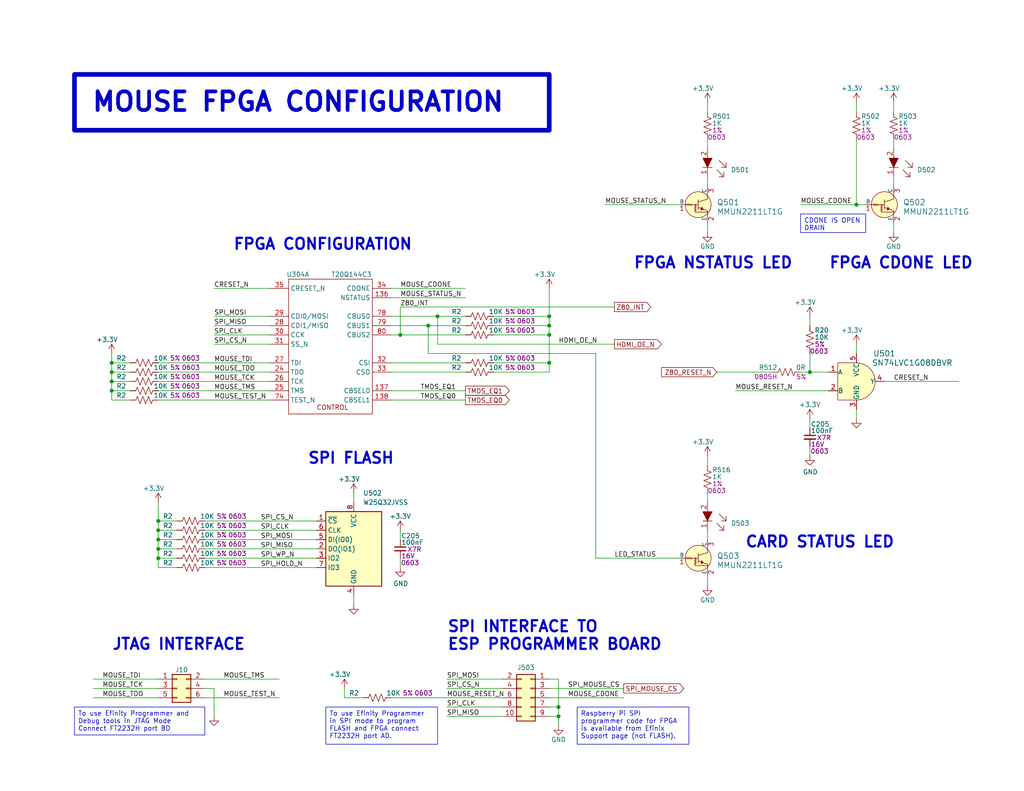
<source format=kicad_sch>
(kicad_sch (version 20230121) (generator eeschema)
  (paper "USLetter")
  (title_block (title "Z80 Retro! - FLEADiP Board") (date "2023-06-12") (rev "0.0") (company "Denno Wiggle") (comment 1 "Mouse FPGA Configuration"))
  (lib_symbols
    (symbol "Connector_Generic:Conn_02x03_Odd_Even" (pin_names (offset 1.016) hide)
      (property "Reference" "J" (at 1.27 5.08 0))
      (property "Value" "Conn_02x03_Odd_Even" (at 1.27 -5.08 0))
      (symbol "Conn_02x03_Odd_Even_1_1"
        (pin passive line (at -5.08 2.54 0) (length 3.81) (name "Pin_1") (number "1"))
        (pin passive line (at 7.62 2.54 180) (length 3.81) (name "Pin_2") (number "2"))
        (pin passive line (at -5.08 0 0) (length 3.81) (name "Pin_3") (number "3"))
        (pin passive line (at 7.62 0 180) (length 3.81) (name "Pin_4") (number "4"))
        (pin passive line (at -5.08 -2.54 0) (length 3.81) (name "Pin_5") (number "5"))
        (pin passive line (at 7.62 -2.54 180) (length 3.81) (name "Pin_6") (number "6"))
      )
    )
    (symbol "Connector_Generic:Conn_02x05_Odd_Even" (pin_names (offset 1.016) hide)
      (property "Reference" "J" (at 1.27 7.62 0))
      (property "Value" "Conn_02x05_Odd_Even" (at 1.27 -7.62 0))
      (symbol "Conn_02x05_Odd_Even_1_1"
        (pin passive line (at -5.08 5.08 0) (length 3.81) (name "Pin_1") (number "1"))
        (pin passive line (at 7.62 -5.08 180) (length 3.81) (name "Pin_10") (number "10"))
        (pin passive line (at 7.62 5.08 180) (length 3.81) (name "Pin_2") (number "2"))
        (pin passive line (at -5.08 2.54 0) (length 3.81) (name "Pin_3") (number "3"))
        (pin passive line (at 7.62 2.54 180) (length 3.81) (name "Pin_4") (number "4"))
        (pin passive line (at -5.08 0 0) (length 3.81) (name "Pin_5") (number "5"))
        (pin passive line (at 7.62 0 180) (length 3.81) (name "Pin_6") (number "6"))
        (pin passive line (at -5.08 -2.54 0) (length 3.81) (name "Pin_7") (number "7"))
        (pin passive line (at 7.62 -2.54 180) (length 3.81) (name "Pin_8") (number "8"))
        (pin passive line (at -5.08 -5.08 0) (length 3.81) (name "Pin_9") (number "9"))
      )
    )
    (symbol "Memory_Flash:W25Q32JVSS"
      (property "Reference" "U" (at -6.35 11.43 0))
      (property "Value" "W25Q32JVSS" (at 7.62 11.43 0))
      (symbol "W25Q32JVSS_1_1"
        (pin input line (at -10.16 7.62 0) (length 2.54) (name "~{CS}") (number "1"))
        (pin bidirectional line (at -10.16 0 0) (length 2.54) (name "DO(IO1)") (number "2"))
        (pin bidirectional line (at -10.16 -2.54 0) (length 2.54) (name "IO2") (number "3"))
        (pin power_in line (at 0 -12.7 90) (length 2.54) (name "GND") (number "4"))
        (pin bidirectional line (at -10.16 2.54 0) (length 2.54) (name "DI(IO0)") (number "5"))
        (pin input line (at -10.16 5.08 0) (length 2.54) (name "CLK") (number "6"))
        (pin bidirectional line (at -10.16 -5.08 0) (length 2.54) (name "IO3") (number "7"))
        (pin power_in line (at 0 12.7 270) (length 2.54) (name "VCC") (number "8"))
      )
    )
    (symbol "WTM:C_100nF_X7R_16V_0805H" (pin_numbers hide) (pin_names (offset 0) hide)
      (property "Reference" "C" (at 0.254 3.556 0))
      (property "Value" "100nF" (at 0.254 1.778 0))
      (property "Dielectric" "X7R" (at 1.905 -0.127 0))
      (property "Voltage" "16V" (at 0.254 -1.905 0))
      (property "Footprint2" "0805H" (at 0.127 -3.81 0))
      (symbol "C_100nF_X7R_16V_0805H_1_1"
        (pin passive line (at 0 2.54 270) (length 2.032) (name "~") (number "1"))
        (pin passive line (at 0 -2.54 90) (length 2.032) (name "~") (number "2"))
      )
    )
    (symbol "WTM:MMUN2211LT1G" (pin_names (offset 0))
      (property "Reference" "Q2" (at -5.08 7.62 0))
      (property "Value" "MMUN2211LT1G" (at -20.32 5.08 0))
      (symbol "MMUN2211LT1G_1_1"
        (pin input line (at -7.62 0 0) (length 1.27) (name "B") (number "1"))
        (pin passive line (at 0 -5.08 90) (length 2.54) (name "E") (number "2"))
        (pin passive line (at 0 5.08 270) (length 2.54) (name "C") (number "3"))
      )
    )
    (symbol "WTM:R_0R_5%_0805H_Horizontal1" (pin_numbers hide) (pin_names (offset 0))
      (property "Reference" "R" (at -7.62 1.27 0))
      (property "Value" "0R" (at 2.54 1.27 0))
      (property "Tolerance" "5%" (at 2.54 -1.27 0))
      (property "Footprint2" "0805H" (at -8.89 -1.27 0))
      (symbol "R_0R_5%_0805H_Horizontal1_1_1"
        (pin passive line (at -3.81 0 0) (length 1.27) (name "~") (number "1"))
        (pin passive line (at 3.81 0 180) (length 1.27) (name "~") (number "2"))
      )
    )
    (symbol "WTM:R_10K_5%_0805H" (pin_numbers hide) (pin_names (offset 0))
      (property "Reference" "R515" (at 1.27 2.54 0))
      (property "Value" "10K" (at 1.27 0.635 0))
      (property "Tolerance" "5%" (at 1.27 -1.27 0))
      (property "Footprint2" "0805H" (at 0 -3.175 0))
      (symbol "R_10K_5%_0805H_1_1"
        (pin passive line (at 0 3.81 270) (length 1.27) (name "~") (number "1"))
        (pin passive line (at 0 -3.81 90) (length 1.27) (name "~") (number "2"))
      )
    )
    (symbol "WTM:R_33R_5%_0805H_Horizontal1" (pin_numbers hide) (pin_names (offset 0))
      (property "Reference" "R" (at -7.62 1.27 0))
      (property "Value" "33R" (at 2.54 1.27 0))
      (property "Tolerance" "5%" (at 2.54 -1.27 0))
      (property "Footprint2" "0805H" (at -8.89 -1.27 0))
      (symbol "R_33R_5%_0805H_Horizontal1_1_1"
        (pin passive line (at -3.81 0 0) (length 1.27) (name "~") (number "1"))
        (pin passive line (at 3.81 0 180) (length 1.27) (name "~") (number "2"))
      )
    )
    (symbol "WTM:T20Q144"
      (property "Reference" "U" (at 6.35 5.08 0))
      (property "Value" "T20Q144C3" (at 16.51 5.08 0))
      (symbol "T20Q144_1_1"
        (text "CONTROL" (at 12.7 -30.48 0) (effects (font (size 1.27 1.27)) (justify left top)))
        (pin output line (at 33.02 -1.27 180) (length 5.08) (name "NSTATUS") (number "136"))
        (pin bidirectional line (at 33.02 -26.67 180) (length 5.08) (name "CBSEL0") (number "137"))
        (pin bidirectional line (at 33.02 -29.21 180) (length 5.08) (name "CBSEL1") (number "138"))
        (pin output line (at 0 -21.59 0) (length 5.08) (name "TDO") (number "24"))
        (pin input line (at 0 -26.67 0) (length 5.08) (name "TMS") (number "25"))
        (pin input line (at 0 -24.13 0) (length 5.08) (name "TCK") (number "26"))
        (pin input line (at 0 -19.05 0) (length 5.08) (name "TDI") (number "27"))
        (pin bidirectional line (at 0 -8.89 0) (length 5.08) (name "CDI1/MISO") (number "28"))
        (pin bidirectional line (at 0 -6.35 0) (length 5.08) (name "CDI0/MOSI") (number "29"))
        (pin input line (at 0 -11.43 0) (length 5.08) (name "CCK") (number "30"))
        (pin input line (at 0 -13.97 0) (length 5.08) (name "SS_N") (number "31"))
        (pin input line (at 33.02 -19.05 180) (length 5.08) (name "CSI") (number "32"))
        (pin output line (at 33.02 -21.59 180) (length 5.08) (name "CSO") (number "33"))
        (pin open_collector line (at 33.02 1.27 180) (length 5.08) (name "CDONE") (number "34"))
        (pin input line (at 0 1.27 0) (length 5.08) (name "CRESET_N") (number "35"))
        (pin input line (at 0 -29.21 0) (length 5.08) (name "TEST_N") (number "74"))
        (pin bidirectional line (at 33.02 -6.35 180) (length 5.08) (name "CBUS0") (number "78"))
        (pin bidirectional line (at 33.02 -8.89 180) (length 5.08) (name "CBUS1") (number "79"))
        (pin bidirectional line (at 33.02 -11.43 180) (length 5.08) (name "CBUS2") (number "80"))
      )
      (symbol "T20Q144_2_1"
        (text "Bank\n3C" (at 20.32 -78.74 900) (effects (font (size 1.27 1.27))))
        (text "Bank 1B" (at 17.78 -30.48 900) (effects (font (size 1.27 1.27))))
        (text "Bank 1C" (at 17.78 -13.97 900) (effects (font (size 1.27 1.27))))
        (text "Bank 1D" (at 17.78 -2.54 900) (effects (font (size 1.27 1.27))))
        (text "Bank 1E" (at 22.86 -8.89 900) (effects (font (size 1.27 1.27))))
        (text "Bank 3A" (at 22.86 -44.45 900) (effects (font (size 1.27 1.27))))
        (text "Bank 3B" (at 21.59 -67.31 900) (effects (font (size 1.27 1.27))))
        (text "Bank 3D" (at 19.05 -59.69 900) (effects (font (size 1.27 1.27))))
        (text "Bank 3E" (at 19.05 -45.72 900) (effects (font (size 1.27 1.27))))
        (text "GPIO" (at 17.78 -82.55 0) (effects (font (size 1.27 1.27)) (justify left top)))
        (pin bidirectional line (at 0 -15.24 0) (length 5.08) (name "GPIOL_32") (number "10"))
        (pin bidirectional line (at 40.64 -78.74 180) (length 5.08) (name "GPIOR_113") (number "100"))
        (pin bidirectional line (at 40.64 -76.2 180) (length 5.08) (name "GPIOR_112") (number "101"))
        (pin bidirectional line (at 40.64 -71.12 180) (length 5.08) (name "GPIOR_105") (number "102"))
        (pin bidirectional line (at 40.64 -68.58 180) (length 5.08) (name "GPIOR_104") (number "103"))
        (pin bidirectional line (at 40.64 -66.04 180) (length 5.08) (name "GPIOR_95") (number "105"))
        (pin bidirectional line (at 40.64 -63.5 180) (length 5.08) (name "GPIOR_94") (number "106"))
        (pin bidirectional line (at 40.64 -58.42 180) (length 5.08) (name "GPIOR_88") (number "109"))
        (pin bidirectional line (at 0 -17.78 0) (length 5.08) (name "GPIOL_31") (number "11"))
        (pin bidirectional line (at 40.64 -55.88 180) (length 5.08) (name "GPIOR_87") (number "110"))
        (pin bidirectional line (at 40.64 -53.34 180) (length 5.08) (name "GPIOR_85") (number "111"))
        (pin bidirectional line (at 40.64 -50.8 180) (length 5.08) (name "GPIOR_86") (number "112"))
        (pin bidirectional line (at 40.64 -48.26 180) (length 5.08) (name "GPIOR_84") (number "113"))
        (pin bidirectional line (at 40.64 -45.72 180) (length 5.08) (name "GPIOR_83") (number "114"))
        (pin bidirectional line (at 40.64 -43.18 180) (length 5.08) (name "GPIOR_82") (number "115"))
        (pin bidirectional line (at 40.64 -40.64 180) (length 5.08) (name "GPIOR_81") (number "116"))
        (pin bidirectional line (at 40.64 -38.1 180) (length 5.08) (name "GPIOR_80") (number "117"))
        (pin bidirectional line (at 40.64 -35.56 180) (length 5.08) (name "GPIOR_79") (number "118"))
        (pin bidirectional line (at 40.64 -33.02 180) (length 5.08) (name "GPIOR_78") (number "119"))
        (pin bidirectional line (at 40.64 -30.48 180) (length 5.08) (name "GPIOR_77") (number "123"))
        (pin bidirectional line (at 40.64 -27.94 180) (length 5.08) (name "GPIOR_76") (number "124"))
        (pin bidirectional line (at 40.64 -20.32 180) (length 5.08) (name "GPIOR_75") (number "131"))
        (pin bidirectional line (at 40.64 -17.78 180) (length 5.08) (name "GPIOR_74") (number "132"))
        (pin bidirectional line (at 40.64 -15.24 180) (length 5.08) (name "GPIOR_73") (number "134"))
        (pin bidirectional line (at 40.64 -12.7 180) (length 5.08) (name "GPIOR_72") (number "135"))
        (pin bidirectional line (at 40.64 -10.16 180) (length 5.08) (name "GPIOR_68") (number "139"))
        (pin bidirectional line (at 0 -22.86 0) (length 5.08) (name "GPIOL_25") (number "14"))
        (pin bidirectional line (at 40.64 -7.62 180) (length 5.08) (name "GPIOR_67") (number "140"))
        (pin bidirectional line (at 40.64 -5.08 180) (length 5.08) (name "GPIOR_65") (number "141"))
        (pin bidirectional line (at 40.64 -2.54 180) (length 5.08) (name "GPIOR_66") (number "142"))
        (pin bidirectional line (at 40.64 0 180) (length 5.08) (name "GPIOR_64") (number "144"))
        (pin bidirectional line (at 0 -25.4 0) (length 5.08) (name "GPIOL_24") (number "15"))
        (pin bidirectional line (at 0 -27.94 0) (length 5.08) (name "GPIOL_22") (number "16"))
        (pin bidirectional line (at 0 -30.48 0) (length 5.08) (name "GPIOL_21") (number "17"))
        (pin bidirectional line (at 0 -33.02 0) (length 5.08) (name "GPIOL_20") (number "18"))
        (pin bidirectional line (at 0 -35.56 0) (length 5.08) (name "GPIOL_13") (number "19"))
        (pin bidirectional line (at 0 -38.1 0) (length 5.08) (name "GPIOL_12") (number "20"))
        (pin bidirectional line (at 0 0 0) (length 5.08) (name "GPIOL_53") (number "3"))
        (pin bidirectional line (at 0 -2.54 0) (length 5.08) (name "GPIOL_54") (number "4"))
        (pin bidirectional line (at 0 -5.08 0) (length 5.08) (name "GPIOL_46") (number "6"))
        (pin bidirectional line (at 0 -10.16 0) (length 5.08) (name "GPIOL_41") (number "7"))
        (pin bidirectional line (at 0 -43.18 0) (length 5.08) (name "GPIOR_157") (number "75"))
        (pin bidirectional line (at 0 -45.72 0) (length 5.08) (name "GPIOR_155") (number "76"))
        (pin bidirectional line (at 0 -48.26 0) (length 5.08) (name "GPIOR_154") (number "77"))
        (pin bidirectional line (at 0 -12.7 0) (length 5.08) (name "GPIOL_40") (number "8"))
        (pin bidirectional line (at 0 -50.8 0) (length 5.08) (name "GPIOR_139") (number "81"))
        (pin bidirectional line (at 0 -53.34 0) (length 5.08) (name "GPIOR_138") (number "82"))
        (pin bidirectional line (at 0 -55.88 0) (length 5.08) (name "GPIOR_136") (number "83"))
        (pin bidirectional line (at 0 -58.42 0) (length 5.08) (name "GPIOR_135") (number "84"))
        (pin bidirectional line (at 0 -60.96 0) (length 5.08) (name "GPIOR_133") (number "86"))
        (pin bidirectional line (at 0 -63.5 0) (length 5.08) (name "GPIOR_132") (number "87"))
        (pin bidirectional line (at 0 -66.04 0) (length 5.08) (name "GPIOR_129") (number "89"))
        (pin bidirectional line (at 0 -68.58 0) (length 5.08) (name "GPIOR_128") (number "90"))
        (pin bidirectional line (at 0 -71.12 0) (length 5.08) (name "GPIOR_125") (number "92"))
        (pin bidirectional line (at 0 -76.2 0) (length 5.08) (name "GPIOR_123") (number "93"))
        (pin bidirectional line (at 0 -78.74 0) (length 5.08) (name "GPIOR_122") (number "97"))
        (pin bidirectional line (at 0 -81.28 0) (length 5.08) (name "GPIOR_117") (number "98"))
        (pin bidirectional line (at 40.64 -81.28 180) (length 5.08) (name "GPIOR_116") (number "99"))
      )
      (symbol "T20Q144_3_1"
        (text "Bank 4A" (at 21.59 -26.67 900) (effects (font (size 1.27 1.27))))
        (text "Bank 4B" (at 24.13 -26.67 900) (effects (font (size 1.27 1.27))))
        (text "SERDES" (at 19.05 -50.8 0) (effects (font (size 1.27 1.27)) (justify left top)))
        (pin input line (at 45.72 -48.26 180) (length 5.08) (name "REF_RES") (number "36"))
        (pin bidirectional line (at 45.72 0 180) (length 5.08) (name "GPIOB_TXP00") (number "38"))
        (pin bidirectional line (at 45.72 -2.54 180) (length 5.08) (name "GPIOB_TXN00") (number "39"))
        (pin bidirectional line (at 45.72 -7.62 180) (length 5.08) (name "GPIOB_TXP02") (number "40"))
        (pin bidirectional line (at 45.72 -10.16 180) (length 5.08) (name "GPIOB_TXN02") (number "41"))
        (pin bidirectional line (at 45.72 -15.24 180) (length 5.08) (name "GPIOB_TXP04") (number "42"))
        (pin bidirectional line (at 45.72 -17.78 180) (length 5.08) (name "GPIOB_TXN04") (number "43"))
        (pin bidirectional line (at 45.72 -22.86 180) (length 5.08) (name "GPIOB_TXP06") (number "45"))
        (pin bidirectional line (at 45.72 -25.4 180) (length 5.08) (name "GPIOB_TXN06") (number "46"))
        (pin bidirectional line (at 45.72 -30.48 180) (length 5.08) (name "GPIOB_TXP09") (number "47"))
        (pin bidirectional line (at 45.72 -33.02 180) (length 5.08) (name "GPIOB_TXN09") (number "48"))
        (pin bidirectional line (at 45.72 -38.1 180) (length 5.08) (name "GPIOB_TXP11") (number "53"))
        (pin bidirectional line (at 45.72 -40.64 180) (length 5.08) (name "GPIOB_TXN11") (number "54"))
        (pin bidirectional line (at 0 0 0) (length 5.08) (name "GPIOB_RXP00") (number "55"))
        (pin bidirectional line (at 0 -2.54 0) (length 5.08) (name "GPIOB_RXN00") (number "56"))
        (pin bidirectional line (at 0 -7.62 0) (length 5.08) (name "GPIOB_RXP02") (number "58"))
        (pin bidirectional line (at 0 -10.16 0) (length 5.08) (name "GPIOB_RXN02") (number "59"))
        (pin bidirectional line (at 0 -17.78 0) (length 5.08) (name "GPIOB_RXN03") (number "60"))
        (pin bidirectional line (at 0 -15.24 0) (length 5.08) (name "GPIOB_RXP03") (number "61"))
        (pin bidirectional line (at 0 -25.4 0) (length 5.08) (name "GPIOB_RXN07") (number "65"))
        (pin bidirectional line (at 0 -22.86 0) (length 5.08) (name "GPIOB_RXP07") (number "66"))
        (pin bidirectional line (at 0 -30.48 0) (length 5.08) (name "GPIOB_RXP10") (number "67"))
        (pin bidirectional line (at 0 -33.02 0) (length 5.08) (name "GPIOB_RXN10") (number "68"))
        (pin bidirectional line (at 0 -40.64 0) (length 5.08) (name "GPIOB_RXN12") (number "69"))
        (pin bidirectional line (at 0 -38.1 0) (length 5.08) (name "GPIOB_RXP12") (number "70"))
        (pin bidirectional line (at 0 -45.72 0) (length 5.08) (name "GPIOB_CLKP") (number "71"))
        (pin bidirectional line (at 0 -48.26 0) (length 5.08) (name "GPIOB_CLKN") (number "72"))
      )
      (symbol "T20Q144_4_1"
        (text "POWER" (at 16.51 -58.42 0) (effects (font (size 1.27 1.27))))
        (pin power_in line (at 0 -38.1 0) (length 5.08) (name "GND") (number "1"))
        (pin power_in line (at 33.02 -55.88 180) (length 5.08) (name "GND") (number "104"))
        (pin power_in line (at 33.02 -30.48 180) (length 5.08) (name "VCCA_TR") (number "107"))
        (pin power_in line (at 33.02 -53.34 180) (length 5.08) (name "GND") (number "108"))
        (pin power_in line (at 0 -5.08 0) (length 5.08) (name "VCCIO1C_1D") (number "12"))
        (pin power_in line (at 33.02 -50.8 180) (length 5.08) (name "GND") (number "120"))
        (pin power_in line (at 33.02 -48.26 180) (length 5.08) (name "GND") (number "121"))
        (pin power_in line (at 0 -10.16 0) (length 5.08) (name "VCCIO3A") (number "122"))
        (pin power_in line (at 33.02 -5.08 180) (length 5.08) (name "VCC") (number "125"))
        (pin power_in line (at 33.02 -45.72 180) (length 5.08) (name "GND") (number "126"))
        (pin power_in line (at 33.02 -43.18 180) (length 5.08) (name "GND") (number "127"))
        (pin power_in line (at 33.02 -2.54 180) (length 5.08) (name "VCC") (number "128"))
        (pin power_in line (at 33.02 -40.64 180) (length 5.08) (name "GND") (number "129"))
        (pin power_in line (at 33.02 -20.32 180) (length 5.08) (name "VCC") (number "13"))
        (pin power_in line (at 33.02 0 180) (length 5.08) (name "VCC") (number "130"))
        (pin power_in line (at 33.02 -38.1 180) (length 5.08) (name "GND") (number "133"))
        (pin power_in line (at 0 -7.62 0) (length 5.08) (name "VCCIO1E") (number "143"))
        (pin power_in line (at 33.02 -27.94 180) (length 5.08) (name "VCCA_TL") (number "2"))
        (pin power_in line (at 0 -2.54 0) (length 5.08) (name "VCCIO1B") (number "21"))
        (pin power_in line (at 33.02 -17.78 180) (length 5.08) (name "VCC") (number "22"))
        (pin power_in line (at 0 0 0) (length 5.08) (name "VCCIO1A") (number "23"))
        (pin power_in line (at 0 -45.72 0) (length 5.08) (name "GND") (number "37"))
        (pin power_in line (at 0 -48.26 0) (length 5.08) (name "GND") (number "44"))
        (pin power_in line (at 33.02 -15.24 180) (length 5.08) (name "VCC") (number "49"))
        (pin power_in line (at 0 -40.64 0) (length 5.08) (name "GND") (number "5"))
        (pin power_in line (at 0 -50.8 0) (length 5.08) (name "GND") (number "50"))
        (pin power_in line (at 0 -25.4 0) (length 5.08) (name "VCCIO4B") (number "51"))
        (pin power_in line (at 0 -27.94 0) (length 5.08) (name "VCCIO4B") (number "52"))
        (pin power_in line (at 33.02 -12.7 180) (length 5.08) (name "VCC") (number "57"))
        (pin power_in line (at 0 -20.32 0) (length 5.08) (name "VCCIO4A") (number "62"))
        (pin power_in line (at 0 -22.86 0) (length 5.08) (name "VCCIO4A") (number "63"))
        (pin power_in line (at 0 -53.34 0) (length 5.08) (name "GND") (number "64"))
        (pin power_in line (at 33.02 -25.4 180) (length 5.08) (name "VCCA_BR") (number "73"))
        (pin power_in line (at 33.02 -10.16 180) (length 5.08) (name "VCC") (number "85"))
        (pin power_in line (at 0 -17.78 0) (length 5.08) (name "VCCIO3E") (number "88"))
        (pin power_in line (at 0 -43.18 0) (length 5.08) (name "GND") (number "9"))
        (pin power_in line (at 0 -15.24 0) (length 5.08) (name "VCCIO3D") (number "91"))
        (pin power_in line (at 0 -55.88 0) (length 5.08) (name "GND") (number "94"))
        (pin power_in line (at 0 -12.7 0) (length 5.08) (name "VCCIO3B_3C") (number "95"))
        (pin power_in line (at 33.02 -7.62 180) (length 5.08) (name "VCC") (number "96"))
      )
    )
    (symbol "dk_LED-Indication-Discrete:LTST-C191KRKT" (pin_names (offset 0))
      (property "Reference" "D" (at -6.35 3.81 0))
      (symbol "LTST-C191KRKT_1_1"
        (pin output line (at 2.54 0 180) (length 2.54) (name "~") (number "1"))
        (pin input line (at -5.08 0 0) (length 2.54) (name "~") (number "2"))
      )
    )
    (symbol "dk_Logic-Gates-and-Inverters:SN74LVC1G08DBVR" (pin_names (offset 0.0254))
      (property "Reference" "U" (at -2.54 6.096 0))
      (property "Value" "SN74LVC1G08DBVR" (at 0.508 -6.35 0))
      (symbol "SN74LVC1G08DBVR_1_1"
        (pin input line (at -7.62 2.54 0) (length 2.54) (name "A") (number "1"))
        (pin input line (at -7.62 -2.54 0) (length 2.54) (name "B") (number "2"))
        (pin power_in line (at 0 -7.62 90) (length 2.54) (name "GND") (number "3"))
        (pin output line (at 7.62 0 180) (length 2.54) (name "Y") (number "4"))
        (pin power_in line (at 0 7.62 270) (length 2.54) (name "VCC") (number "5"))
      )
    )
    (symbol "power:+3.3V" (power) (pin_names (offset 0))
      (property "Value" "+3.3V" (at 0 3.556 0))
      (symbol "+3.3V_1_1"
        (pin power_in line (at 0 0 90) (length 0) hide (name "+3.3V") (number "1"))
      )
    )
    (symbol "power:GND" (power) (pin_names (offset 0))
      (property "Value" "GND" (at 0 -3.81 0))
      (symbol "GND_1_1"
        (pin power_in line (at 0 0 270) (length 0) hide (name "GND") (number "1"))
      )
    )
  )
  (junction (at 119.38 86.36))
  (junction (at 30.48 99.06))
  (junction (at 30.48 104.14))
  (junction (at 43.18 149.86))
  (junction (at 43.18 144.78))
  (junction (at 149.86 99.06))
  (junction (at 43.18 147.32))
  (junction (at 152.4 193.04))
  (junction (at 43.18 152.4))
  (junction (at 30.48 101.6))
  (junction (at 152.4 195.58))
  (junction (at 233.68 55.88))
  (junction (at 43.18 142.24))
  (junction (at 116.84 88.9))
  (junction (at 109.22 91.44))
  (junction (at 149.86 86.36))
  (junction (at 149.86 91.44))
  (junction (at 30.48 106.68))
  (junction (at 220.98 101.6))
  (junction (at 149.86 88.9))
  (wire (pts (xy 233.68 111.76) (xy 233.68 114.3)))
  (wire (pts (xy 116.84 88.9) (xy 127 88.9)))
  (wire (pts (xy 119.38 86.36) (xy 127 86.36)))
  (wire (pts (xy 149.86 86.36) (xy 134.62 86.36)))
  (wire (pts (xy 220.98 114.3) (xy 220.98 116.84)))
  (wire (pts (xy 106.68 91.44) (xy 109.22 91.44)))
  (wire (pts (xy 149.86 91.44) (xy 149.86 99.06)))
  (wire (pts (xy 121.92 195.58) (xy 137.16 195.58)))
  (wire (pts (xy 43.18 109.22) (xy 73.66 109.22)))
  (wire (pts (xy 30.48 101.6) (xy 35.56 101.6)))
  (wire (pts (xy 58.42 78.74) (xy 73.66 78.74)))
  (wire (pts (xy 43.18 147.32) (xy 43.18 144.78)))
  (wire (pts (xy 30.48 99.06) (xy 30.48 101.6)))
  (wire (pts (xy 233.68 55.88) (xy 236.22 55.88)))
  (wire (pts (xy 193.04 48.26) (xy 193.04 50.8)))
  (wire (pts (xy 243.84 38.1) (xy 243.84 40.64)))
  (wire (pts (xy 116.84 96.52) (xy 162.56 96.52)))
  (wire (pts (xy 152.4 185.42) (xy 152.4 193.04)))
  (wire (pts (xy 162.56 96.52) (xy 162.56 152.4)))
  (wire (pts (xy 96.52 162.56) (xy 96.52 165.1)))
  (wire (pts (xy 55.88 154.94) (xy 86.36 154.94)))
  (wire (pts (xy 43.18 99.06) (xy 73.66 99.06)))
  (wire (pts (xy 106.68 86.36) (xy 119.38 86.36)))
  (wire (pts (xy 233.68 27.94) (xy 233.68 30.48)))
  (wire (pts (xy 43.18 144.78) (xy 48.26 144.78)))
  (wire (pts (xy 149.86 101.6) (xy 149.86 99.06)))
  (wire (pts (xy 121.92 193.04) (xy 137.16 193.04)))
  (wire (pts (xy 30.48 106.68) (xy 30.48 109.22)))
  (wire (pts (xy 193.04 38.1) (xy 193.04 40.64)))
  (wire (pts (xy 106.68 81.28) (xy 127 81.28)))
  (wire (pts (xy 55.88 185.42) (xy 76.2 185.42)))
  (wire (pts (xy 30.48 96.52) (xy 30.48 99.06)))
  (wire (pts (xy 55.88 149.86) (xy 86.36 149.86)))
  (wire (pts (xy 220.98 121.92) (xy 220.98 124.46)))
  (wire (pts (xy 149.86 193.04) (xy 152.4 193.04)))
  (wire (pts (xy 106.68 190.5) (xy 137.16 190.5)))
  (wire (pts (xy 218.44 55.88) (xy 233.68 55.88)))
  (wire (pts (xy 243.84 60.96) (xy 243.84 63.5)))
  (wire (pts (xy 220.98 86.36) (xy 220.98 88.9)))
  (wire (pts (xy 149.86 88.9) (xy 149.86 86.36)))
  (wire (pts (xy 58.42 187.96) (xy 55.88 187.96)))
  (wire (pts (xy 193.04 60.96) (xy 193.04 63.5)))
  (wire (pts (xy 58.42 91.44) (xy 73.66 91.44)))
  (wire (pts (xy 25.4 187.96) (xy 43.18 187.96)))
  (wire (pts (xy 106.68 101.6) (xy 127 101.6)))
  (wire (pts (xy 119.38 93.98) (xy 167.64 93.98)))
  (wire (pts (xy 127 106.68) (xy 106.68 106.68)))
  (wire (pts (xy 55.88 147.32) (xy 86.36 147.32)))
  (wire (pts (xy 220.98 96.52) (xy 220.98 101.6)))
  (wire (pts (xy 152.4 195.58) (xy 149.86 195.58)))
  (wire (pts (xy 30.48 104.14) (xy 35.56 104.14)))
  (wire (pts (xy 149.86 88.9) (xy 149.86 91.44)))
  (wire (pts (xy 149.86 91.44) (xy 134.62 91.44)))
  (wire (pts (xy 233.68 93.98) (xy 233.68 96.52)))
  (wire (pts (xy 43.18 149.86) (xy 48.26 149.86)))
  (wire (pts (xy 121.92 185.42) (xy 137.16 185.42)))
  (wire (pts (xy 233.68 38.1) (xy 233.68 55.88)))
  (wire (pts (xy 220.98 101.6) (xy 226.06 101.6)))
  (wire (pts (xy 195.58 101.6) (xy 210.82 101.6)))
  (wire (pts (xy 55.88 144.78) (xy 86.36 144.78)))
  (wire (pts (xy 30.48 101.6) (xy 30.48 104.14)))
  (wire (pts (xy 43.18 104.14) (xy 73.66 104.14)))
  (wire (pts (xy 152.4 198.12) (xy 152.4 195.58)))
  (wire (pts (xy 193.04 124.46) (xy 193.04 127)))
  (wire (pts (xy 48.26 154.94) (xy 43.18 154.94)))
  (wire (pts (xy 193.04 144.78) (xy 193.04 147.32)))
  (wire (pts (xy 193.04 27.94) (xy 193.04 30.48)))
  (wire (pts (xy 43.18 147.32) (xy 48.26 147.32)))
  (wire (pts (xy 193.04 157.48) (xy 193.04 160.02)))
  (wire (pts (xy 30.48 106.68) (xy 35.56 106.68)))
  (wire (pts (xy 55.88 152.4) (xy 86.36 152.4)))
  (wire (pts (xy 25.4 185.42) (xy 43.18 185.42)))
  (wire (pts (xy 43.18 142.24) (xy 43.18 137.16)))
  (wire (pts (xy 93.98 187.96) (xy 93.98 190.5)))
  (wire (pts (xy 25.4 190.5) (xy 43.18 190.5)))
  (wire (pts (xy 243.84 27.94) (xy 243.84 30.48)))
  (wire (pts (xy 30.48 99.06) (xy 35.56 99.06)))
  (wire (pts (xy 121.92 187.96) (xy 137.16 187.96)))
  (wire (pts (xy 149.86 190.5) (xy 170.18 190.5)))
  (wire (pts (xy 43.18 154.94) (xy 43.18 152.4)))
  (wire (pts (xy 149.86 185.42) (xy 152.4 185.42)))
  (wire (pts (xy 218.44 101.6) (xy 220.98 101.6)))
  (wire (pts (xy 93.98 190.5) (xy 99.06 190.5)))
  (wire (pts (xy 127 109.22) (xy 106.68 109.22)))
  (wire (pts (xy 109.22 83.82) (xy 167.64 83.82)))
  (wire (pts (xy 149.86 187.96) (xy 170.18 187.96)))
  (wire (pts (xy 58.42 195.58) (xy 58.42 187.96)))
  (wire (pts (xy 134.62 101.6) (xy 149.86 101.6)))
  (wire (pts (xy 200.66 106.68) (xy 226.06 106.68)))
  (wire (pts (xy 149.86 78.74) (xy 149.86 86.36)))
  (wire (pts (xy 96.52 134.62) (xy 96.52 137.16)))
  (wire (pts (xy 109.22 91.44) (xy 127 91.44)))
  (wire (pts (xy 43.18 149.86) (xy 43.18 147.32)))
  (wire (pts (xy 55.88 190.5) (xy 76.2 190.5)))
  (wire (pts (xy 43.18 101.6) (xy 73.66 101.6)))
  (wire (pts (xy 116.84 88.9) (xy 116.84 96.52)))
  (wire (pts (xy 134.62 88.9) (xy 149.86 88.9)))
  (wire (pts (xy 109.22 83.82) (xy 109.22 91.44)))
  (wire (pts (xy 58.42 93.98) (xy 73.66 93.98)))
  (wire (pts (xy 162.56 152.4) (xy 185.42 152.4)))
  (wire (pts (xy 30.48 104.14) (xy 30.48 106.68)))
  (wire (pts (xy 165.1 55.88) (xy 185.42 55.88)))
  (wire (pts (xy 106.68 88.9) (xy 116.84 88.9)))
  (wire (pts (xy 58.42 86.36) (xy 73.66 86.36)))
  (wire (pts (xy 43.18 144.78) (xy 43.18 142.24)))
  (wire (pts (xy 58.42 88.9) (xy 73.66 88.9)))
  (wire (pts (xy 43.18 152.4) (xy 48.26 152.4)))
  (wire (pts (xy 149.86 99.06) (xy 134.62 99.06)))
  (wire (pts (xy 109.22 144.78) (xy 109.22 147.32)))
  (wire (pts (xy 152.4 193.04) (xy 152.4 195.58)))
  (wire (pts (xy 55.88 142.24) (xy 86.36 142.24)))
  (wire (pts (xy 43.18 106.68) (xy 73.66 106.68)))
  (wire (pts (xy 243.84 48.26) (xy 243.84 50.8)))
  (wire (pts (xy 119.38 86.36) (xy 119.38 93.98)))
  (wire (pts (xy 109.22 152.4) (xy 109.22 154.94)))
  (wire (pts (xy 241.3 104.14) (xy 261.62 104.14)))
  (wire (pts (xy 106.68 99.06) (xy 127 99.06)))
  (wire (pts (xy 43.18 152.4) (xy 43.18 149.86)))
  (wire (pts (xy 43.18 142.24) (xy 48.26 142.24)))
  (wire (pts (xy 193.04 134.62) (xy 193.04 137.16)))
  (wire (pts (xy 106.68 78.74) (xy 127 78.74)))
  (wire (pts (xy 30.48 109.22) (xy 35.56 109.22)))
  (text_box "CDONE IS OPEN DRAIN" (at 218.44 58.42 0) (size 17.78 5.08) (effects (font (size 1.27 1.27)) (justify left top)))
  (text_box "To use Efinity Programmer in SPI mode to program FLASH and FPGA connect FT2232H port AD." (at 88.9 193.04 0) (size 30.48 10.16) (effects (font (size 1.27 1.27)) (justify left top)))
  (text_box "Raspberry Pi SPI programmer code for FPGA is available from Efinix Support page (not FLASH)." (at 157.48 193.04 0) (size 30.48 10.16) (effects (font (size 1.27 1.27)) (justify left top)))
  (text_box "MOUSE FPGA CONFIGURATION" (at 20.32 20.32 0) (size 129.54 15.24) (stroke (width 1.27)) (effects (font (size 5.08 5.08) (thickness 1.016) bold) (justify left top)))
  (text_box "To use Efinity Programmer and Debug tools in JTAG Mode Connect FT2232H port BD" (at 20.32 193.04 0) (size 35.56 7.62) (effects (font (size 1.27 1.27)) (justify left top)))
  (text "SPI FLASH\n" (at 83.82 127 0) (effects (font (size 2.9972 2.9972) (thickness 0.5994) bold) (justify left bottom)))
  (text "JTAG INTERFACE" (at 30.48 177.8 0) (effects (font (size 2.9972 2.9972) (thickness 0.5994) bold) (justify left bottom)))
  (text "CARD STATUS LED" (at 203.2 149.86 0) (effects (font (size 2.9972 2.9972) (thickness 0.5994) bold) (justify left bottom)))
  (text "SPI INTERFACE TO \nESP PROGRAMMER BOARD\n" (at 121.92 177.8 0) (effects (font (size 2.9972 2.9972) (thickness 0.5994) bold) (justify left bottom)))
  (text "FPGA NSTATUS LED" (at 172.72 73.66 0) (effects (font (size 2.9972 2.9972) (thickness 0.5994) bold) (justify left bottom)))
  (text "FPGA CONFIGURATION\n" (at 63.5 68.58 0) (effects (font (size 2.9972 2.9972) (thickness 0.5994) bold) (justify left bottom)))
  (text "FPGA CDONE LED" (at 226.06 73.66 0) (effects (font (size 2.9972 2.9972) (thickness 0.5994) bold) (justify left bottom)))
  (label "MOUSE_STATUS_N" (at 165.1 55.88 0))
  (label "SPI_CLK" (at 58.42 91.44 0))
  (label "SPI_CLK" (at 121.92 193.04 0))
  (label "MOUSE_RESET_N" (at 200.66 106.68 0))
  (label "MOUSE_TEST_N" (at 58.42 109.22 0))
  (label "SPI_HOLD_N" (at 71.12 154.94 0))
  (label "MOUSE_TMS" (at 58.42 106.68 0))
  (label "SPI_MOUSE_CS" (at 154.94 187.96 0))
  (label "SPI_MISO" (at 71.12 149.86 0))
  (label "MOUSE_STATUS_N" (at 109.22 81.28 0))
  (label "MOUSE_CDONE" (at 218.44 55.88 0))
  (label "SPI_MOSI" (at 121.92 185.42 0))
  (label "MOUSE_TCK" (at 27.94 187.96 0))
  (label "MOUSE_TDI" (at 27.94 185.42 0))
  (label "MOUSE_TCK" (at 58.42 104.14 0))
  (label "SPI_MISO" (at 121.92 195.58 0))
  (label "CRESET_N" (at 58.42 78.74 0))
  (label "SPI_MISO" (at 58.42 88.9 0))
  (label "TMDS_EQ1" (at 124.46 106.68 180))
  (label "MOUSE_RESET_N" (at 121.92 190.5 0))
  (label "Z80_INT" (at 109.22 83.82 0))
  (label "MOUSE_TDO" (at 27.94 190.5 0))
  (label "SPI_CLK" (at 71.12 144.78 0))
  (label "MOUSE_CDONE" (at 109.22 78.74 0))
  (label "SPI_CS_N" (at 71.12 142.24 0))
  (label "SPI_CS_N" (at 58.42 93.98 0))
  (label "SPI_MOSI" (at 71.12 147.32 0))
  (label "SPI_CS_N" (at 121.92 187.96 0))
  (label "MOUSE_TDO" (at 58.42 101.6 0))
  (label "SPI_WP_N" (at 71.12 152.4 0))
  (label "MOUSE_TEST_N" (at 60.96 190.5 0))
  (label "LED_STATUS" (at 167.64 152.4 0))
  (label "MOUSE_TDI" (at 58.42 99.06 0))
  (label "MOUSE_TMS" (at 60.96 185.42 0))
  (label "MOUSE_CDONE" (at 154.94 190.5 0))
  (label "CRESET_N" (at 243.84 104.14 0))
  (label "TMDS_EQ0" (at 124.46 109.22 180))
  (label "SPI_MOSI" (at 58.42 86.36 0))
  (label "HDMI_OE_N" (at 152.4 93.98 0))
  (global_label "HDMI_OE_N" (shape output) (at 167.64 93.98 0) (property "Intersheetrefs" "${INTERSHEET_REFS}" (at 180.6745 93.98 0) (effects (justify left))))
  (global_label "SPI_MOUSE_CS" (shape output) (at 170.18 187.96 0) (property "Intersheetrefs" "${INTERSHEET_REFS}" (at 186.7825 187.96 0) (effects (justify left))))
  (global_label "TMDS_EQ1" (shape output) (at 127 106.68 0) (property "Intersheetrefs" "${INTERSHEET_REFS}" (at 139.1877 106.68 0) (effects (justify left))))
  (global_label "Z80_RESET_N" (shape input) (at 195.58 101.6 180) (property "Intersheetrefs" "${INTERSHEET_REFS}" (at 180.3081 101.6 0) (effects (justify right))))
  (global_label "Z80_INT" (shape output) (at 167.64 83.82 0) (property "Intersheetrefs" "${INTERSHEET_REFS}" (at 177.7716 83.82 0) (effects (justify left))))
  (global_label "TMDS_EQ0" (shape output) (at 127 109.22 0) (property "Intersheetrefs" "${INTERSHEET_REFS}" (at 139.1877 109.22 0) (effects (justify left))))
  (symbol (lib_id "WTM:MMUN2211LT1G") (at 243.84 55.88 0) (unit 1)
    (property "Reference" "Q502" (at 246.38 55.245 0) (effects (font (size 1.524 1.524)) (justify left)))
    (property "Value" "MMUN2211LT1G" (at 246.38 57.785 0) (effects (font (size 1.524 1.524)) (justify left)))
    (property "Footprint" "Package_TO_SOT_SMD:SOT-23-3" (effects hide))
    (property "Datasheet" "http://www.onsemi.com/pub/Collateral/DTC114E-D.PDF" (effects hide))
    (property "Digikey" "MMUN2211LT1GOSCT-ND" (effects hide))
    (property "MPN" "MMUN2211LT1G" (effects hide))
    (property "Category" "Discrete Semiconductor Products" (effects hide))
    (property "Family" "Transistors - Bipolar (BJT) - Single, Pre-Biased" (effects hide))
    (property "Description" "TRANS PREBIAS NPN 246MW SOT23-3" (effects hide))
    (property "Manufacturer" "ON Semiconductor" (effects hide))
    (property "Status" "Active" (effects hide))
    (property "LCSC Part #" "C55059" (effects hide))
  )
  (symbol (lib_id "WTM:R_33R_5%_0805H_Horizontal1") (at 39.37 104.14 0) (unit 1)
    (property "Reference" "R2" (at 31.75 102.87 0) (effects (justify left)))
    (property "Value" "10K" (at 41.91 102.87 0) (effects (justify left)))
    (property "Footprint" "Resistor_SMD:R_0603_1608Metric" (effects hide))
    (property "Datasheet" "https://www.yageo.com/upload/media/product/productsearch/datasheet/rchip/PYu-RC_Group_51_RoHS_L_12.pdf" (effects hide))
    (property "Tolerance" "5%" (at 46.355 102.87 0) (effects (justify left)))
    (property "Footprint2" "0603" (at 49.53 102.87 0) (effects (justify left)))
    (property "MPN" "RC0603JR-0710KL" (effects hide))
    (property "Manufacturer" "Yaego" (effects hide))
    (property "Description" "RES 10K OHM 5% 1/10W 0603" (effects hide))
    (property "Digikey" "311-10KGRCT-ND" (effects hide))
    (property "LCSC Part #" "C99198" (effects hide))
    (instances (project "FLEADiP" (path "" (reference "R2") (unit 1)) (path "" (reference "R74") (unit 1)) (path "" (reference "R60") (unit 1)) (path "" (reference "R84") (unit 1)) (path "" (reference "R513") (unit 1))))
  )
  (symbol (lib_id "power:GND") (at 109.22 154.94 0) (unit 1)
    (property "Reference" "#PWR012" (effects hide))
    (property "Value" "GND" (at 109.347 159.3342 0))
    (instances (project "2065-Z80-programmer" (path "" (reference "#PWR012") (unit 1))) (project "FLEADiP" (path "" (reference "#PWR037") (unit 1)) (path "" (reference "#PWR0230") (unit 1)) (path "" (reference "#PWR0517") (unit 1))))
  )
  (symbol (lib_id "WTM:R_33R_5%_0805H_Horizontal1") (at 39.37 109.22 0) (unit 1)
    (property "Reference" "R2" (at 31.75 107.95 0) (effects (justify left)))
    (property "Value" "10K" (at 41.91 107.95 0) (effects (justify left)))
    (property "Footprint" "Resistor_SMD:R_0603_1608Metric" (effects hide))
    (property "Datasheet" "https://www.yageo.com/upload/media/product/productsearch/datasheet/rchip/PYu-RC_Group_51_RoHS_L_12.pdf" (effects hide))
    (property "Tolerance" "5%" (at 46.355 107.95 0) (effects (justify left)))
    (property "Footprint2" "0603" (at 49.53 107.95 0) (effects (justify left)))
    (property "MPN" "RC0603JR-0710KL" (effects hide))
    (property "Manufacturer" "Yaego" (effects hide))
    (property "Description" "RES 10K OHM 5% 1/10W 0603" (effects hide))
    (property "Digikey" "311-10KGRCT-ND" (effects hide))
    (property "LCSC Part #" "C99198" (effects hide))
    (instances (project "FLEADiP" (path "" (reference "R2") (unit 1)) (path "" (reference "R74") (unit 1)) (path "" (reference "R60") (unit 1)) (path "" (reference "R84") (unit 1)) (path "" (reference "R515") (unit 1))))
  )
  (symbol (lib_id "WTM:R_10K_5%_0805H") (at 220.98 92.71 0) (unit 1)
    (property "Reference" "R20" (at 222.25 90.17 0) (effects (justify left)))
    (property "Value" "10K" (at 222.25 92.075 0) (effects (justify left)))
    (property "Footprint" "Resistor_SMD:R_0603_1608Metric" (effects hide))
    (property "Datasheet" "https://www.yageo.com/upload/media/product/productsearch/datasheet/rchip/PYu-RC_Group_51_RoHS_L_12.pdf" (effects hide))
    (property "Tolerance" "5%" (at 222.25 93.98 0) (effects (justify left)))
    (property "Footprint2" "0603" (at 220.98 95.885 0) (effects (justify left)))
    (property "MPN" "RC0603JR-0710KL" (effects hide))
    (property "Manufacturer" "Yaego" (effects hide))
    (property "Description" "RES 10K OHM 5% 1/10W 0603" (effects hide))
    (property "Digikey" "311-10KGRCT-ND" (effects hide))
    (property "LCSC Part #" "C99198" (effects hide))
    (instances (project "FLEADiP" (path "" (reference "R20") (unit 1)) (path "" (reference "R507") (unit 1))) (project "BreadboardPower" (path "" (reference "R3") (unit 1))) (project "RP6502_WTM_v1" (path "" (reference "R?") (unit 1))))
  )
  (symbol (lib_id "WTM:R_33R_5%_0805H_Horizontal1") (at 102.87 190.5 0) (unit 1)
    (property "Reference" "R2" (at 95.25 189.23 0) (effects (justify left)))
    (property "Value" "10K" (at 105.41 189.23 0) (effects (justify left)))
    (property "Footprint" "Resistor_SMD:R_0603_1608Metric" (effects hide))
    (property "Datasheet" "https://www.yageo.com/upload/media/product/productsearch/datasheet/rchip/PYu-RC_Group_51_RoHS_L_12.pdf" (effects hide))
    (property "Tolerance" "5%" (at 109.855 189.23 0) (effects (justify left)))
    (property "Footprint2" "0603" (at 113.03 189.23 0) (effects (justify left)))
    (property "MPN" "RC0603JR-0710KL" (effects hide))
    (property "Manufacturer" "Yaego" (effects hide))
    (property "Description" "RES 10K OHM 5% 1/10W 0603" (effects hide))
    (property "Digikey" "311-10KGRCT-ND" (effects hide))
    (property "LCSC Part #" "C99198" (effects hide))
    (instances (project "FLEADiP" (path "" (reference "R2") (unit 1)) (path "" (reference "R74") (unit 1)) (path "" (reference "R60") (unit 1)) (path "" (reference "R84") (unit 1)) (path "" (reference "R523") (unit 1))))
  )
  (symbol (lib_id "power:+3.3V") (at 220.98 86.36 0) (unit 1)
    (property "Reference" "#PWR0107" (effects hide))
    (property "Value" "+3.3V" (at 219.71 82.55 0))
    (instances (project "2044-breadboard-power" (path "" (reference "#PWR0107") (unit 1))) (project "FLEADiP" (path "" (reference "#PWR020") (unit 1)) (path "" (reference "#PWR0507") (unit 1))) (project "BreadboardPower" (path "" (reference "#PWR09") (unit 1))))
  )
  (symbol (lib_id "WTM:R_33R_5%_0805H_Horizontal1") (at 52.07 142.24 0) (unit 1)
    (property "Reference" "R2" (at 44.45 140.97 0) (effects (justify left)))
    (property "Value" "10K" (at 54.61 140.97 0) (effects (justify left)))
    (property "Footprint" "Resistor_SMD:R_0603_1608Metric" (effects hide))
    (property "Datasheet" "https://www.yageo.com/upload/media/product/productsearch/datasheet/rchip/PYu-RC_Group_51_RoHS_L_12.pdf" (effects hide))
    (property "Tolerance" "5%" (at 59.055 140.97 0) (effects (justify left)))
    (property "Footprint2" "0603" (at 62.23 140.97 0) (effects (justify left)))
    (property "MPN" "RC0603JR-0710KL" (effects hide))
    (property "Manufacturer" "Yaego" (effects hide))
    (property "Description" "RES 10K OHM 5% 1/10W 0603" (effects hide))
    (property "Digikey" "311-10KGRCT-ND" (effects hide))
    (property "LCSC Part #" "C99198" (effects hide))
    (instances (project "FLEADiP" (path "" (reference "R2") (unit 1)) (path "" (reference "R74") (unit 1)) (path "" (reference "R60") (unit 1)) (path "" (reference "R84") (unit 1)) (path "" (reference "R517") (unit 1))))
  )
  (symbol (lib_id "power:+3.3V") (at 149.86 78.74 0) (unit 1)
    (property "Reference" "#PWR0107" (effects hide))
    (property "Value" "+3.3V" (at 148.59 74.93 0))
    (instances (project "2044-breadboard-power" (path "" (reference "#PWR0107") (unit 1))) (project "FLEADiP" (path "" (reference "#PWR020") (unit 1)) (path "" (reference "#PWR0506") (unit 1))) (project "BreadboardPower" (path "" (reference "#PWR09") (unit 1))))
  )
  (symbol (lib_id "WTM:R_0R_5%_0805H_Horizontal1") (at 214.63 101.6 0) (unit 1)
    (property "Reference" "R512" (at 207.01 100.33 0) (effects (justify left)))
    (property "Value" "0R" (at 217.17 100.33 0) (effects (justify left)))
    (property "Footprint" "Resistor_SMD:R_0805_2012Metric_Pad1.20x1.40mm_HandSolder" (effects hide))
    (property "Datasheet" "https://www.yageo.com/upload/media/product/productsearch/datasheet/rchip/PYu-RC_Group_51_RoHS_L_12.pdf" (effects hide))
    (property "Tolerance" "5%" (at 217.17 102.87 0) (effects (justify left)))
    (property "Footprint2" "0805H" (at 205.74 102.87 0) (effects (justify left)))
    (property "MPN" "RC0805JR-070RL" (effects hide))
    (property "Manufacturer" "Yaego" (effects hide))
    (property "Description" "RES 0 OHM JUMPER 1/8W 0805" (effects hide))
    (property "Digikey" "311-0.0ARCT-ND" (effects hide))
    (property "LCSC Part #" "C96345" (effects hide))
  )
  (symbol (lib_id "dk_LED-Indication-Discrete:LTST-C191KRKT") (at 243.84 45.72 270) (unit 1)
    (property "Reference" "D502" (at 250.19 46.355 90) (effects (justify left)))
    (property "Value" "LTST-C191KRKT" (effects hide))
    (property "Footprint" "LED_SMD:LED_0603_1608Metric" (effects hide))
    (property "Datasheet" "http://optoelectronics.liteon.com/upload/download/DS22-2000-223/LTST-C191KRKT.PDF" (effects hide))
    (property "Digikey" "160-1443-1-ND" (effects hide))
    (property "MPN" "LTST-C191GKT" (effects hide))
    (property "Category" "Optoelectronics" (effects hide))
    (property "Family" "LED Indication - Discrete" (effects hide))
    (property "Description" "LED GREEN CLEAR CHIP 2.1V 569NM 0603" (effects hide))
    (property "Manufacturer" "Lite-On Inc." (effects hide))
    (property "Status" "Active" (effects hide))
    (property "LCSC Part #" "C99289" (effects hide))
  )
  (symbol (lib_id "power:+3.3V") (at 96.52 134.62 0) (unit 1)
    (property "Reference" "#PWR0107" (effects hide))
    (property "Value" "+3.3V" (at 95.25 130.81 0))
    (instances (project "2044-breadboard-power" (path "" (reference "#PWR0107") (unit 1))) (project "FLEADiP" (path "" (reference "#PWR020") (unit 1)) (path "" (reference "#PWR0514") (unit 1))) (project "BreadboardPower" (path "" (reference "#PWR09") (unit 1))))
  )
  (symbol (lib_id "WTM:C_100nF_X7R_16V_0805H") (at 109.22 149.86 0) (unit 1)
    (property "Reference" "C205" (at 109.474 146.304 0) (effects (justify left)))
    (property "Value" "100nF" (at 109.474 148.082 0) (effects (justify left)))
    (property "Footprint" "Capacitor_SMD:C_0603_1608Metric" (effects hide))
    (property "Datasheet" "https://www.yageo.com/upload/media/product/productsearch/datasheet/mlcc/UPY-GPHC_X7R_6.3V-to-250V_22.pdf" (effects hide))
    (property "Digikey" "311-1088-1-ND" (effects hide))
    (property "Description" "CAP CER 0.1UF 16V X7R 0603" (effects hide))
    (property "Dielectric" "X7R" (at 111.125 149.987 0) (effects (justify left)))
    (property "Voltage" "16V" (at 109.474 151.765 0) (effects (justify left)))
    (property "MPN" "CC0603KRX7R7BB104" (effects hide))
    (property "Manufacturer" "YAGEO" (effects hide))
    (property "Footprint2" "0603" (at 109.347 153.67 0) (effects (justify left)))
    (property "Tolerance" "10%" (effects hide))
    (property "LCSC Part #" "C108079" (effects hide))
    (instances (project "FLEADiP" (path "" (reference "C205") (unit 1)) (path "" (reference "C18") (unit 1)) (path "" (reference "C54") (unit 1)) (path "" (reference "C39") (unit 1)) (path "" (reference "C39") (unit 1)) (path "" (reference "C502") (unit 1))))
  )
  (symbol (lib_id "WTM:R_33R_5%_0805H_Horizontal1") (at 52.07 147.32 0) (unit 1)
    (property "Reference" "R2" (at 44.45 146.05 0) (effects (justify left)))
    (property "Value" "10K" (at 54.61 146.05 0) (effects (justify left)))
    (property "Footprint" "Resistor_SMD:R_0603_1608Metric" (effects hide))
    (property "Datasheet" "https://www.yageo.com/upload/media/product/productsearch/datasheet/rchip/PYu-RC_Group_51_RoHS_L_12.pdf" (effects hide))
    (property "Tolerance" "5%" (at 59.055 146.05 0) (effects (justify left)))
    (property "Footprint2" "0603" (at 62.23 146.05 0) (effects (justify left)))
    (property "MPN" "RC0603JR-0710KL" (effects hide))
    (property "Manufacturer" "Yaego" (effects hide))
    (property "Description" "RES 10K OHM 5% 1/10W 0603" (effects hide))
    (property "Digikey" "311-10KGRCT-ND" (effects hide))
    (property "LCSC Part #" "C99198" (effects hide))
    (instances (project "FLEADiP" (path "" (reference "R2") (unit 1)) (path "" (reference "R74") (unit 1)) (path "" (reference "R60") (unit 1)) (path "" (reference "R84") (unit 1)) (path "" (reference "R519") (unit 1))))
  )
  (symbol (lib_id "power:+3.3V") (at 193.04 27.94 0) (unit 1)
    (property "Reference" "#PWR0107" (effects hide))
    (property "Value" "+3.3V" (at 191.77 24.13 0))
    (instances (project "2044-breadboard-power" (path "" (reference "#PWR0107") (unit 1))) (project "FLEADiP" (path "" (reference "#PWR020") (unit 1)) (path "" (reference "#PWR0501") (unit 1))) (project "BreadboardPower" (path "" (reference "#PWR09") (unit 1))))
  )
  (symbol (lib_id "power:+3.3V") (at 220.98 114.3 0) (unit 1)
    (property "Reference" "#PWR0226" (effects hide))
    (property "Value" "+3.3V" (at 220.98 110.49 0))
    (instances (project "FLEADiP" (path "" (reference "#PWR0226") (unit 1)) (path "" (reference "#PWR0510") (unit 1))))
  )
  (symbol (lib_id "WTM:R_33R_5%_0805H_Horizontal1") (at 52.07 149.86 0) (unit 1)
    (property "Reference" "R2" (at 44.45 148.59 0) (effects (justify left)))
    (property "Value" "10K" (at 54.61 148.59 0) (effects (justify left)))
    (property "Footprint" "Resistor_SMD:R_0603_1608Metric" (effects hide))
    (property "Datasheet" "https://www.yageo.com/upload/media/product/productsearch/datasheet/rchip/PYu-RC_Group_51_RoHS_L_12.pdf" (effects hide))
    (property "Tolerance" "5%" (at 59.055 148.59 0) (effects (justify left)))
    (property "Footprint2" "0603" (at 62.23 148.59 0) (effects (justify left)))
    (property "MPN" "RC0603JR-0710KL" (effects hide))
    (property "Manufacturer" "Yaego" (effects hide))
    (property "Description" "RES 10K OHM 5% 1/10W 0603" (effects hide))
    (property "Digikey" "311-10KGRCT-ND" (effects hide))
    (property "LCSC Part #" "C99198" (effects hide))
    (instances (project "FLEADiP" (path "" (reference "R2") (unit 1)) (path "" (reference "R74") (unit 1)) (path "" (reference "R60") (unit 1)) (path "" (reference "R84") (unit 1)) (path "" (reference "R520") (unit 1))))
  )
  (symbol (lib_id "WTM:C_100nF_X7R_16V_0805H") (at 220.98 119.38 0) (unit 1)
    (property "Reference" "C205" (at 221.234 115.824 0) (effects (justify left)))
    (property "Value" "100nF" (at 221.234 117.602 0) (effects (justify left)))
    (property "Footprint" "Capacitor_SMD:C_0603_1608Metric" (effects hide))
    (property "Datasheet" "https://www.yageo.com/upload/media/product/productsearch/datasheet/mlcc/UPY-GPHC_X7R_6.3V-to-250V_22.pdf" (effects hide))
    (property "Digikey" "311-1088-1-ND" (effects hide))
    (property "Description" "CAP CER 0.1UF 16V X7R 0603" (effects hide))
    (property "Dielectric" "X7R" (at 222.885 119.507 0) (effects (justify left)))
    (property "Voltage" "16V" (at 221.234 121.285 0) (effects (justify left)))
    (property "MPN" "CC0603KRX7R7BB104" (effects hide))
    (property "Manufacturer" "YAGEO" (effects hide))
    (property "Footprint2" "0603" (at 221.107 123.19 0) (effects (justify left)))
    (property "Tolerance" "10%" (effects hide))
    (property "LCSC Part #" "C108079" (effects hide))
    (instances (project "FLEADiP" (path "" (reference "C205") (unit 1)) (path "" (reference "C18") (unit 1)) (path "" (reference "C54") (unit 1)) (path "" (reference "C39") (unit 1)) (path "" (reference "C39") (unit 1)) (path "" (reference "C501") (unit 1))))
  )
  (symbol (lib_id "power:GND") (at 220.98 124.46 0) (unit 1)
    (property "Reference" "#PWR012" (effects hide))
    (property "Value" "GND" (at 221.107 128.8542 0))
    (instances (project "2065-Z80-programmer" (path "" (reference "#PWR012") (unit 1))) (project "FLEADiP" (path "" (reference "#PWR037") (unit 1)) (path "" (reference "#PWR0230") (unit 1)) (path "" (reference "#PWR0513") (unit 1))))
  )
  (symbol (lib_id "power:+3.3V") (at 93.98 187.96 0) (unit 1)
    (property "Reference" "#PWR0107" (effects hide))
    (property "Value" "+3.3V" (at 92.71 184.15 0))
    (instances (project "2044-breadboard-power" (path "" (reference "#PWR0107") (unit 1))) (project "FLEADiP" (path "" (reference "#PWR020") (unit 1)) (path "" (reference "#PWR0520") (unit 1))) (project "BreadboardPower" (path "" (reference "#PWR09") (unit 1))))
  )
  (symbol (lib_id "WTM:R_10K_5%_0805H") (at 193.04 130.81 0) (unit 1)
    (property "Reference" "R516" (at 194.31 128.27 0) (effects (justify left)))
    (property "Value" "1K" (at 194.31 130.175 0) (effects (justify left)))
    (property "Footprint" "Resistor_SMD:R_0603_1608Metric" (effects hide))
    (property "Datasheet" "https://www.yageo.com/upload/media/product/productsearch/datasheet/rchip/PYu-RC_Group_51_RoHS_L_12.pdf" (effects hide))
    (property "Tolerance" "1%" (at 194.31 132.08 0) (effects (justify left)))
    (property "Footprint2" "0603" (at 193.04 133.985 0) (effects (justify left)))
    (property "MPN" "RC0603FR-071KL" (effects hide))
    (property "Manufacturer" "Yaego" (effects hide))
    (property "Description" "RES 1K OHM 5% 1/8W 0805" (effects hide))
    (property "Digikey" "311-1.00KHRCT-ND" (effects hide))
    (property "LCSC Part #" "C22548" (effects hide))
  )
  (symbol (lib_id "power:+3.3V") (at 43.18 137.16 0) (unit 1)
    (property "Reference" "#PWR0107" (effects hide))
    (property "Value" "+3.3V" (at 41.91 133.35 0))
    (instances (project "2044-breadboard-power" (path "" (reference "#PWR0107") (unit 1))) (project "FLEADiP" (path "" (reference "#PWR020") (unit 1)) (path "" (reference "#PWR0515") (unit 1))) (project "BreadboardPower" (path "" (reference "#PWR09") (unit 1))))
  )
  (symbol (lib_id "Connector_Generic:Conn_02x03_Odd_Even") (at 48.26 187.96 0) (unit 1)
    (property "Reference" "J10" (at 49.53 182.88 0))
    (property "Value" "Conn_02x03" (effects hide))
    (property "Footprint" "Connector_PinHeader_2.54mm:PinHeader_2x03_P2.54mm_Vertical" (effects hide))
    (property "Datasheet" "https://app.adam-tech.com/products/download/data_sheet/202065/ph2-xx-ua-data-sheet.pdf" (effects hide))
    (property "Description" "CONN HEADER VERT 6POS 2.54MM" (effects hide))
    (property "Digikey" "2057-PH2-06-UA-ND" (effects hide))
    (property "MPN" "PH2-06-UA" (effects hide))
    (property "Manufacturer" "Adam Tech" (effects hide))
    (property "Digi-Key_PN" "2057-PH2-06-UA-ND" (effects hide))
    (instances (project "FLEADiP" (path "" (reference "J10") (unit 1)) (path "" (reference "J501") (unit 1))) (project "Page4_RS232" (path "" (reference "J2") (unit 1))) (project "2063-Z80" (path "" (reference "J11") (unit 1))))
  )
  (symbol (lib_id "WTM:R_33R_5%_0805H_Horizontal1") (at 52.07 144.78 0) (unit 1)
    (property "Reference" "R2" (at 44.45 143.51 0) (effects (justify left)))
    (property "Value" "10K" (at 54.61 143.51 0) (effects (justify left)))
    (property "Footprint" "Resistor_SMD:R_0603_1608Metric" (effects hide))
    (property "Datasheet" "https://www.yageo.com/upload/media/product/productsearch/datasheet/rchip/PYu-RC_Group_51_RoHS_L_12.pdf" (effects hide))
    (property "Tolerance" "5%" (at 59.055 143.51 0) (effects (justify left)))
    (property "Footprint2" "0603" (at 62.23 143.51 0) (effects (justify left)))
    (property "MPN" "RC0603JR-0710KL" (effects hide))
    (property "Manufacturer" "Yaego" (effects hide))
    (property "Description" "RES 10K OHM 5% 1/10W 0603" (effects hide))
    (property "Digikey" "311-10KGRCT-ND" (effects hide))
    (property "LCSC Part #" "C99198" (effects hide))
    (instances (project "FLEADiP" (path "" (reference "R2") (unit 1)) (path "" (reference "R74") (unit 1)) (path "" (reference "R60") (unit 1)) (path "" (reference "R84") (unit 1)) (path "" (reference "R518") (unit 1))))
  )
  (symbol (lib_id "power:+3.3V") (at 243.84 27.94 0) (unit 1)
    (property "Reference" "#PWR0107" (effects hide))
    (property "Value" "+3.3V" (at 242.57 24.13 0))
    (instances (project "2044-breadboard-power" (path "" (reference "#PWR0107") (unit 1))) (project "FLEADiP" (path "" (reference "#PWR020") (unit 1)) (path "" (reference "#PWR0503") (unit 1))) (project "BreadboardPower" (path "" (reference "#PWR09") (unit 1))))
  )
  (symbol (lib_id "power:GND") (at 58.42 195.58 0) (unit 1)
    (property "Reference" "#PWR050" (effects hide))
    (property "Value" "GND" (effects hide))
    (instances (project "FLEADiP" (path "" (reference "#PWR050") (unit 1)) (path "" (reference "#PWR0521") (unit 1))) (project "BreadboardPower" (path "" (reference "#PWR06") (unit 1))))
  )
  (symbol (lib_id "WTM:T20Q144") (at 73.66 80.01 0) (unit 1)
    (property "Reference" "U304" (at 81.28 74.93 0))
    (property "Value" "T20Q144C3" (at 95.885 74.93 0))
    (property "Footprint" "Package_QFP:LQFP-144_20x20mm_P0.5mm" (effects hide))
    (property "Datasheet" "https://www.efinixinc.com/support/docsdl.php?s=ef&pn=DST20" (effects hide))
    (property "Digikey" "2134-T20Q144C3-ND" (effects hide))
    (property "Description" "IC FPGA TRION T20 144QFP" (effects hide))
    (property "MPN" "T20Q144C3" (effects hide))
    (property "Sim.Enable" "0" (effects hide))
    (property "LCSC Part #" "C3278392" (effects hide))
    (instances (project "FLEADiP" (path "" (reference "U304") (unit 1)) (path "" (reference "U1") (unit 1))))
  )
  (symbol (lib_id "WTM:R_33R_5%_0805H_Horizontal1") (at 39.37 106.68 0) (unit 1)
    (property "Reference" "R2" (at 31.75 105.41 0) (effects (justify left)))
    (property "Value" "10K" (at 41.91 105.41 0) (effects (justify left)))
    (property "Footprint" "Resistor_SMD:R_0603_1608Metric" (effects hide))
    (property "Datasheet" "https://www.yageo.com/upload/media/product/productsearch/datasheet/rchip/PYu-RC_Group_51_RoHS_L_12.pdf" (effects hide))
    (property "Tolerance" "5%" (at 46.355 105.41 0) (effects (justify left)))
    (property "Footprint2" "0603" (at 49.53 105.41 0) (effects (justify left)))
    (property "MPN" "RC0603JR-0710KL" (effects hide))
    (property "Manufacturer" "Yaego" (effects hide))
    (property "Description" "RES 10K OHM 5% 1/10W 0603" (effects hide))
    (property "Digikey" "311-10KGRCT-ND" (effects hide))
    (property "LCSC Part #" "C99198" (effects hide))
    (instances (project "FLEADiP" (path "" (reference "R2") (unit 1)) (path "" (reference "R74") (unit 1)) (path "" (reference "R60") (unit 1)) (path "" (reference "R84") (unit 1)) (path "" (reference "R514") (unit 1))))
  )
  (symbol (lib_id "Memory_Flash:W25Q32JVSS") (at 96.52 149.86 0) (unit 1)
    (property "Reference" "U502" (at 99.06 134.62 0) (effects (justify left)))
    (property "Value" "W25Q32JVSS" (at 99.06 137.16 0) (effects (justify left)))
    (property "Footprint" "Package_SO:SOIC-8_5.23x5.23mm_P1.27mm" (effects hide))
    (property "Datasheet" "http://www.winbond.com/resource-files/w25q32jv%20revg%2003272018%20plus.pdf" (effects hide))
    (property "Manufacturer" "Winbond Electronics" (effects hide))
    (property "Digikey" "W25Q32JVSSIQCT-ND" (effects hide))
    (property "Description" "IC FLASH 32MBIT SPI/QUAD 8SOIC" (effects hide))
    (property "MPN" "W25Q32JVSSIQ" (effects hide))
    (property "LCSC Part #" "C2834491" (effects hide))
  )
  (symbol (lib_id "dk_Logic-Gates-and-Inverters:SN74LVC1G08DBVR") (at 233.68 104.14 0) (unit 1)
    (property "Reference" "U501" (at 241.3 96.52 0) (effects (font (size 1.524 1.524))))
    (property "Value" "SN74LVC1G08DBVR" (at 248.92 99.06 0) (effects (font (size 1.524 1.524))))
    (property "Footprint" "Package_TO_SOT_SMD:SOT-23-5" (effects hide))
    (property "Datasheet" "http://www.ti.com/general/docs/suppproductinfo.tsp?distId=10&gotoUrl=http%3A%2F%2Fwww.ti.com%2Flit%2Fgpn%2Fsn74lvc1g08" (effects hide))
    (property "Digikey" "296-11601-1-ND" (effects hide))
    (property "MPN" "SN74LVC1G08DBVR" (effects hide))
    (property "Category" "Integrated Circuits (ICs)" (effects hide))
    (property "Family" "Logic - Gates and Inverters" (effects hide))
    (property "DK_Datasheet_Link" "http://www.ti.com/general/docs/suppproductinfo.tsp?distId=10&gotoUrl=http%3A%2F%2Fwww.ti.com%2Flit%2Fgpn%2Fsn74lvc1g08" (effects hide))
    (property "DK_Detail_Page" "/product-detail/en/texas-instruments/SN74LVC1G08DBVR/296-11601-1-ND/385740" (effects hide))
    (property "Description" "IC GATE AND 1CH 2-INP SOT23-5" (effects hide))
    (property "Manufacturer" "Texas Instruments" (effects hide))
    (property "Status" "Active" (effects hide))
    (property "LCSC Part #" "C5250997" (effects hide))
  )
  (symbol (lib_id "WTM:R_10K_5%_0805H") (at 233.68 34.29 0) (unit 1)
    (property "Reference" "R502" (at 234.95 31.75 0) (effects (justify left)))
    (property "Value" "1K" (at 234.95 33.655 0) (effects (justify left)))
    (property "Footprint" "Resistor_SMD:R_0603_1608Metric" (effects hide))
    (property "Datasheet" "https://www.yageo.com/upload/media/product/productsearch/datasheet/rchip/PYu-RC_Group_51_RoHS_L_12.pdf" (effects hide))
    (property "Tolerance" "1%" (at 234.95 35.56 0) (effects (justify left)))
    (property "Footprint2" "0603" (at 233.68 37.465 0) (effects (justify left)))
    (property "MPN" "RC0603FR-071KL" (effects hide))
    (property "Manufacturer" "Yaego" (effects hide))
    (property "Description" "RES 1K OHM 5% 1/8W 0805" (effects hide))
    (property "Digikey" "311-1.00KHRCT-ND" (effects hide))
    (property "LCSC Part #" "C22548" (effects hide))
  )
  (symbol (lib_id "WTM:R_33R_5%_0805H_Horizontal1") (at 130.81 86.36 0) (unit 1)
    (property "Reference" "R2" (at 123.19 85.09 0) (effects (justify left)))
    (property "Value" "10K" (at 133.35 85.09 0) (effects (justify left)))
    (property "Footprint" "Resistor_SMD:R_0603_1608Metric" (effects hide))
    (property "Datasheet" "https://www.yageo.com/upload/media/product/productsearch/datasheet/rchip/PYu-RC_Group_51_RoHS_L_12.pdf" (effects hide))
    (property "Tolerance" "5%" (at 137.795 85.09 0) (effects (justify left)))
    (property "Footprint2" "0603" (at 140.97 85.09 0) (effects (justify left)))
    (property "MPN" "RC0603JR-0710KL" (effects hide))
    (property "Manufacturer" "Yaego" (effects hide))
    (property "Description" "RES 10K OHM 5% 1/10W 0603" (effects hide))
    (property "Digikey" "311-10KGRCT-ND" (effects hide))
    (property "LCSC Part #" "C99198" (effects hide))
    (instances (project "FLEADiP" (path "" (reference "R2") (unit 1)) (path "" (reference "R74") (unit 1)) (path "" (reference "R60") (unit 1)) (path "" (reference "R84") (unit 1)) (path "" (reference "R504") (unit 1))))
  )
  (symbol (lib_id "WTM:R_33R_5%_0805H_Horizontal1") (at 39.37 101.6 0) (unit 1)
    (property "Reference" "R2" (at 31.75 100.33 0) (effects (justify left)))
    (property "Value" "10K" (at 41.91 100.33 0) (effects (justify left)))
    (property "Footprint" "Resistor_SMD:R_0603_1608Metric" (effects hide))
    (property "Datasheet" "https://www.yageo.com/upload/media/product/productsearch/datasheet/rchip/PYu-RC_Group_51_RoHS_L_12.pdf" (effects hide))
    (property "Tolerance" "5%" (at 46.355 100.33 0) (effects (justify left)))
    (property "Footprint2" "0603" (at 49.53 100.33 0) (effects (justify left)))
    (property "MPN" "RC0603JR-0710KL" (effects hide))
    (property "Manufacturer" "Yaego" (effects hide))
    (property "Description" "RES 10K OHM 5% 1/10W 0603" (effects hide))
    (property "Digikey" "311-10KGRCT-ND" (effects hide))
    (property "LCSC Part #" "C99198" (effects hide))
    (instances (project "FLEADiP" (path "" (reference "R2") (unit 1)) (path "" (reference "R74") (unit 1)) (path "" (reference "R60") (unit 1)) (path "" (reference "R84") (unit 1)) (path "" (reference "R510") (unit 1))))
  )
  (symbol (lib_id "WTM:R_10K_5%_0805H") (at 243.84 34.29 0) (unit 1)
    (property "Reference" "R503" (at 245.11 31.75 0) (effects (justify left)))
    (property "Value" "1K" (at 245.11 33.655 0) (effects (justify left)))
    (property "Footprint" "Resistor_SMD:R_0603_1608Metric" (effects hide))
    (property "Datasheet" "https://www.yageo.com/upload/media/product/productsearch/datasheet/rchip/PYu-RC_Group_51_RoHS_L_12.pdf" (effects hide))
    (property "Tolerance" "1%" (at 245.11 35.56 0) (effects (justify left)))
    (property "Footprint2" "0603" (at 243.84 37.465 0) (effects (justify left)))
    (property "MPN" "RC0603FR-071KL" (effects hide))
    (property "Manufacturer" "Yaego" (effects hide))
    (property "Description" "RES 1K OHM 5% 1/8W 0805" (effects hide))
    (property "Digikey" "311-1.00KHRCT-ND" (effects hide))
    (property "LCSC Part #" "C22548" (effects hide))
  )
  (symbol (lib_id "WTM:MMUN2211LT1G") (at 193.04 152.4 0) (unit 1)
    (property "Reference" "Q503" (at 195.58 151.765 0) (effects (font (size 1.524 1.524)) (justify left)))
    (property "Value" "MMUN2211LT1G" (at 195.58 154.305 0) (effects (font (size 1.524 1.524)) (justify left)))
    (property "Footprint" "Package_TO_SOT_SMD:SOT-23-3" (effects hide))
    (property "Datasheet" "http://www.onsemi.com/pub/Collateral/DTC114E-D.PDF" (effects hide))
    (property "Digikey" "MMUN2211LT1GOSCT-ND" (effects hide))
    (property "MPN" "MMUN2211LT1G" (effects hide))
    (property "Category" "Discrete Semiconductor Products" (effects hide))
    (property "Family" "Transistors - Bipolar (BJT) - Single, Pre-Biased" (effects hide))
    (property "Description" "TRANS PREBIAS NPN 246MW SOT23-3" (effects hide))
    (property "Manufacturer" "ON Semiconductor" (effects hide))
    (property "Status" "Active" (effects hide))
    (property "LCSC Part #" "C55059" (effects hide))
  )
  (symbol (lib_id "Connector_Generic:Conn_02x05_Odd_Even") (at 144.78 190.5 0) (mirror y) (unit 1)
    (property "Reference" "J503" (at 143.51 182.245 0))
    (property "Value" "Conn_02x05_Right_Angle" (effects hide))
    (property "Footprint" "Connector_PinSocket_2.54mm:PinSocket_2x05_P2.54mm_Vertical" (effects hide))
    (property "Datasheet" "https://app.adam-tech.com/products/download/data_sheet/200508/ph2ra-xx-ua-data-sheet.pdf" (effects hide))
    (property "Description" "CONN HEADER R/A 10POS 2.54MM" (effects hide))
    (property "MPN" "PH2RA-10-UA" (effects hide))
    (property "Manufacturer" "Adam Tech" (effects hide))
    (property "Digikey" "2057-PH2RA-10-UA-ND" (effects hide))
    (instances (project "FLEADiP" (path "" (reference "J503") (unit 1))) (project "2063-Z80" (path "" (reference "J4") (unit 1))))
  )
  (symbol (lib_id "power:+3.3V") (at 193.04 124.46 0) (unit 1)
    (property "Reference" "#PWR0107" (effects hide))
    (property "Value" "+3.3V" (at 191.77 120.65 0))
    (instances (project "2044-breadboard-power" (path "" (reference "#PWR0107") (unit 1))) (project "FLEADiP" (path "" (reference "#PWR020") (unit 1)) (path "" (reference "#PWR0512") (unit 1))) (project "BreadboardPower" (path "" (reference "#PWR09") (unit 1))))
  )
  (symbol (lib_id "power:GND") (at 243.84 63.5 0) (unit 1)
    (property "Reference" "#PWR050" (effects hide))
    (property "Value" "GND" (at 243.84 67.31 0))
    (instances (project "FLEADiP" (path "" (reference "#PWR050") (unit 1)) (path "" (reference "#PWR0505") (unit 1))) (project "BreadboardPower" (path "" (reference "#PWR06") (unit 1))))
  )
  (symbol (lib_id "power:+3.3V") (at 109.22 144.78 0) (unit 1)
    (property "Reference" "#PWR0226" (effects hide))
    (property "Value" "+3.3V" (at 109.22 140.97 0))
    (instances (project "FLEADiP" (path "" (reference "#PWR0226") (unit 1)) (path "" (reference "#PWR0516") (unit 1))))
  )
  (symbol (lib_id "WTM:R_33R_5%_0805H_Horizontal1") (at 130.81 101.6 0) (unit 1)
    (property "Reference" "R2" (at 123.19 100.33 0) (effects (justify left)))
    (property "Value" "10K" (at 133.35 100.33 0) (effects (justify left)))
    (property "Footprint" "Resistor_SMD:R_0603_1608Metric" (effects hide))
    (property "Datasheet" "https://www.yageo.com/upload/media/product/productsearch/datasheet/rchip/PYu-RC_Group_51_RoHS_L_12.pdf" (effects hide))
    (property "Tolerance" "5%" (at 137.795 100.33 0) (effects (justify left)))
    (property "Footprint2" "0603" (at 140.97 100.33 0) (effects (justify left)))
    (property "MPN" "RC0603JR-0710KL" (effects hide))
    (property "Manufacturer" "Yaego" (effects hide))
    (property "Description" "RES 10K OHM 5% 1/10W 0603" (effects hide))
    (property "Digikey" "311-10KGRCT-ND" (effects hide))
    (property "LCSC Part #" "C99198" (effects hide))
    (instances (project "FLEADiP" (path "" (reference "R2") (unit 1)) (path "" (reference "R74") (unit 1)) (path "" (reference "R60") (unit 1)) (path "" (reference "R84") (unit 1)) (path "" (reference "R511") (unit 1))))
  )
  (symbol (lib_id "power:GND") (at 193.04 63.5 0) (unit 1)
    (property "Reference" "#PWR050" (effects hide))
    (property "Value" "GND" (at 193.04 67.31 0))
    (instances (project "FLEADiP" (path "" (reference "#PWR050") (unit 1)) (path "" (reference "#PWR0504") (unit 1))) (project "BreadboardPower" (path "" (reference "#PWR06") (unit 1))))
  )
  (symbol (lib_id "WTM:R_33R_5%_0805H_Horizontal1") (at 130.81 99.06 0) (unit 1)
    (property "Reference" "R2" (at 123.19 97.79 0) (effects (justify left)))
    (property "Value" "10K" (at 133.35 97.79 0) (effects (justify left)))
    (property "Footprint" "Resistor_SMD:R_0603_1608Metric" (effects hide))
    (property "Datasheet" "https://www.yageo.com/upload/media/product/productsearch/datasheet/rchip/PYu-RC_Group_51_RoHS_L_12.pdf" (effects hide))
    (property "Tolerance" "5%" (at 137.795 97.79 0) (effects (justify left)))
    (property "Footprint2" "0603" (at 140.97 97.79 0) (effects (justify left)))
    (property "MPN" "RC0603JR-0710KL" (effects hide))
    (property "Manufacturer" "Yaego" (effects hide))
    (property "Description" "RES 10K OHM 5% 1/10W 0603" (effects hide))
    (property "Digikey" "311-10KGRCT-ND" (effects hide))
    (property "LCSC Part #" "C99198" (effects hide))
    (instances (project "FLEADiP" (path "" (reference "R2") (unit 1)) (path "" (reference "R74") (unit 1)) (path "" (reference "R60") (unit 1)) (path "" (reference "R84") (unit 1)) (path "" (reference "R509") (unit 1))))
  )
  (symbol (lib_id "power:+3.3V") (at 233.68 93.98 0) (unit 1)
    (property "Reference" "#PWR0107" (effects hide))
    (property "Value" "+3.3V" (at 232.41 90.17 0))
    (instances (project "2044-breadboard-power" (path "" (reference "#PWR0107") (unit 1))) (project "FLEADiP" (path "" (reference "#PWR020") (unit 1)) (path "" (reference "#PWR0508") (unit 1))) (project "BreadboardPower" (path "" (reference "#PWR09") (unit 1))))
  )
  (symbol (lib_id "power:GND") (at 233.68 114.3 0) (unit 1)
    (property "Reference" "#PWR050" (effects hide))
    (property "Value" "GND" (effects hide))
    (instances (project "FLEADiP" (path "" (reference "#PWR050") (unit 1)) (path "" (reference "#PWR0511") (unit 1))) (project "BreadboardPower" (path "" (reference "#PWR06") (unit 1))))
  )
  (symbol (lib_id "power:GND") (at 96.52 165.1 0) (unit 1)
    (property "Reference" "#PWR050" (effects hide))
    (property "Value" "GND" (effects hide))
    (instances (project "FLEADiP" (path "" (reference "#PWR050") (unit 1)) (path "" (reference "#PWR0519") (unit 1))) (project "BreadboardPower" (path "" (reference "#PWR06") (unit 1))))
  )
  (symbol (lib_id "WTM:R_33R_5%_0805H_Horizontal1") (at 39.37 99.06 0) (unit 1)
    (property "Reference" "R2" (at 31.75 97.79 0) (effects (justify left)))
    (property "Value" "10K" (at 41.91 97.79 0) (effects (justify left)))
    (property "Footprint" "Resistor_SMD:R_0603_1608Metric" (effects hide))
    (property "Datasheet" "https://www.yageo.com/upload/media/product/productsearch/datasheet/rchip/PYu-RC_Group_51_RoHS_L_12.pdf" (effects hide))
    (property "Tolerance" "5%" (at 46.355 97.79 0) (effects (justify left)))
    (property "Footprint2" "0603" (at 49.53 97.79 0) (effects (justify left)))
    (property "MPN" "RC0603JR-0710KL" (effects hide))
    (property "Manufacturer" "Yaego" (effects hide))
    (property "Description" "RES 10K OHM 5% 1/10W 0603" (effects hide))
    (property "Digikey" "311-10KGRCT-ND" (effects hide))
    (property "LCSC Part #" "C99198" (effects hide))
    (instances (project "FLEADiP" (path "" (reference "R2") (unit 1)) (path "" (reference "R74") (unit 1)) (path "" (reference "R60") (unit 1)) (path "" (reference "R84") (unit 1)) (path "" (reference "R508") (unit 1))))
  )
  (symbol (lib_id "WTM:R_33R_5%_0805H_Horizontal1") (at 52.07 154.94 0) (unit 1)
    (property "Reference" "R2" (at 44.45 153.67 0) (effects (justify left)))
    (property "Value" "10K" (at 54.61 153.67 0) (effects (justify left)))
    (property "Footprint" "Resistor_SMD:R_0603_1608Metric" (effects hide))
    (property "Datasheet" "https://www.yageo.com/upload/media/product/productsearch/datasheet/rchip/PYu-RC_Group_51_RoHS_L_12.pdf" (effects hide))
    (property "Tolerance" "5%" (at 59.055 153.67 0) (effects (justify left)))
    (property "Footprint2" "0603" (at 62.23 153.67 0) (effects (justify left)))
    (property "MPN" "RC0603JR-0710KL" (effects hide))
    (property "Manufacturer" "Yaego" (effects hide))
    (property "Description" "RES 10K OHM 5% 1/10W 0603" (effects hide))
    (property "Digikey" "311-10KGRCT-ND" (effects hide))
    (property "LCSC Part #" "C99198" (effects hide))
    (instances (project "FLEADiP" (path "" (reference "R2") (unit 1)) (path "" (reference "R74") (unit 1)) (path "" (reference "R60") (unit 1)) (path "" (reference "R84") (unit 1)) (path "" (reference "R522") (unit 1))))
  )
  (symbol (lib_id "power:GND") (at 152.4 198.12 0) (unit 1)
    (property "Reference" "#PWR050" (effects hide))
    (property "Value" "GND" (at 152.4 201.93 0))
    (instances (project "FLEADiP" (path "" (reference "#PWR050") (unit 1)) (path "" (reference "#PWR0522") (unit 1))) (project "BreadboardPower" (path "" (reference "#PWR06") (unit 1))))
  )
  (symbol (lib_id "WTM:R_33R_5%_0805H_Horizontal1") (at 52.07 152.4 0) (unit 1)
    (property "Reference" "R2" (at 44.45 151.13 0) (effects (justify left)))
    (property "Value" "10K" (at 54.61 151.13 0) (effects (justify left)))
    (property "Footprint" "Resistor_SMD:R_0603_1608Metric" (effects hide))
    (property "Datasheet" "https://www.yageo.com/upload/media/product/productsearch/datasheet/rchip/PYu-RC_Group_51_RoHS_L_12.pdf" (effects hide))
    (property "Tolerance" "5%" (at 59.055 151.13 0) (effects (justify left)))
    (property "Footprint2" "0603" (at 62.23 151.13 0) (effects (justify left)))
    (property "MPN" "RC0603JR-0710KL" (effects hide))
    (property "Manufacturer" "Yaego" (effects hide))
    (property "Description" "RES 10K OHM 5% 1/10W 0603" (effects hide))
    (property "Digikey" "311-10KGRCT-ND" (effects hide))
    (property "LCSC Part #" "C99198" (effects hide))
    (instances (project "FLEADiP" (path "" (reference "R2") (unit 1)) (path "" (reference "R74") (unit 1)) (path "" (reference "R60") (unit 1)) (path "" (reference "R84") (unit 1)) (path "" (reference "R521") (unit 1))))
  )
  (symbol (lib_id "WTM:R_10K_5%_0805H") (at 193.04 34.29 0) (unit 1)
    (property "Reference" "R501" (at 194.31 31.75 0) (effects (justify left)))
    (property "Value" "1K" (at 194.31 33.655 0) (effects (justify left)))
    (property "Footprint" "Resistor_SMD:R_0603_1608Metric" (effects hide))
    (property "Datasheet" "https://www.yageo.com/upload/media/product/productsearch/datasheet/rchip/PYu-RC_Group_51_RoHS_L_12.pdf" (effects hide))
    (property "Tolerance" "1%" (at 194.31 35.56 0) (effects (justify left)))
    (property "Footprint2" "0603" (at 193.04 37.465 0) (effects (justify left)))
    (property "MPN" "RC0603FR-071KL" (effects hide))
    (property "Manufacturer" "Yaego" (effects hide))
    (property "Description" "RES 1K OHM 5% 1/8W 0805" (effects hide))
    (property "Digikey" "311-1.00KHRCT-ND" (effects hide))
    (property "LCSC Part #" "C22548" (effects hide))
  )
  (symbol (lib_id "WTM:R_33R_5%_0805H_Horizontal1") (at 130.81 88.9 0) (unit 1)
    (property "Reference" "R2" (at 123.19 87.63 0) (effects (justify left)))
    (property "Value" "10K" (at 133.35 87.63 0) (effects (justify left)))
    (property "Footprint" "Resistor_SMD:R_0603_1608Metric" (effects hide))
    (property "Datasheet" "https://www.yageo.com/upload/media/product/productsearch/datasheet/rchip/PYu-RC_Group_51_RoHS_L_12.pdf" (effects hide))
    (property "Tolerance" "5%" (at 137.795 87.63 0) (effects (justify left)))
    (property "Footprint2" "0603" (at 140.97 87.63 0) (effects (justify left)))
    (property "MPN" "RC0603JR-0710KL" (effects hide))
    (property "Manufacturer" "Yaego" (effects hide))
    (property "Description" "RES 10K OHM 5% 1/10W 0603" (effects hide))
    (property "Digikey" "311-10KGRCT-ND" (effects hide))
    (property "LCSC Part #" "C99198" (effects hide))
    (instances (project "FLEADiP" (path "" (reference "R2") (unit 1)) (path "" (reference "R74") (unit 1)) (path "" (reference "R60") (unit 1)) (path "" (reference "R84") (unit 1)) (path "" (reference "R505") (unit 1))))
  )
  (symbol (lib_id "power:+3.3V") (at 233.68 27.94 0) (unit 1)
    (property "Reference" "#PWR0107" (effects hide))
    (property "Value" "+3.3V" (at 232.41 24.13 0))
    (instances (project "2044-breadboard-power" (path "" (reference "#PWR0107") (unit 1))) (project "FLEADiP" (path "" (reference "#PWR020") (unit 1)) (path "" (reference "#PWR0502") (unit 1))) (project "BreadboardPower" (path "" (reference "#PWR09") (unit 1))))
  )
  (symbol (lib_id "WTM:R_33R_5%_0805H_Horizontal1") (at 130.81 91.44 0) (unit 1)
    (property "Reference" "R2" (at 123.19 90.17 0) (effects (justify left)))
    (property "Value" "10K" (at 133.35 90.17 0) (effects (justify left)))
    (property "Footprint" "Resistor_SMD:R_0603_1608Metric" (effects hide))
    (property "Datasheet" "https://www.yageo.com/upload/media/product/productsearch/datasheet/rchip/PYu-RC_Group_51_RoHS_L_12.pdf" (effects hide))
    (property "Tolerance" "5%" (at 137.795 90.17 0) (effects (justify left)))
    (property "Footprint2" "0603" (at 140.97 90.17 0) (effects (justify left)))
    (property "MPN" "RC0603JR-0710KL" (effects hide))
    (property "Manufacturer" "Yaego" (effects hide))
    (property "Description" "RES 10K OHM 5% 1/10W 0603" (effects hide))
    (property "Digikey" "311-10KGRCT-ND" (effects hide))
    (property "LCSC Part #" "C99198" (effects hide))
    (instances (project "FLEADiP" (path "" (reference "R2") (unit 1)) (path "" (reference "R74") (unit 1)) (path "" (reference "R60") (unit 1)) (path "" (reference "R84") (unit 1)) (path "" (reference "R506") (unit 1))))
  )
  (symbol (lib_id "WTM:MMUN2211LT1G") (at 193.04 55.88 0) (unit 1)
    (property "Reference" "Q501" (at 195.58 55.245 0) (effects (font (size 1.524 1.524)) (justify left)))
    (property "Value" "MMUN2211LT1G" (at 195.58 57.785 0) (effects (font (size 1.524 1.524)) (justify left)))
    (property "Footprint" "Package_TO_SOT_SMD:SOT-23-3" (effects hide))
    (property "Datasheet" "http://www.onsemi.com/pub/Collateral/DTC114E-D.PDF" (effects hide))
    (property "Digikey" "MMUN2211LT1GOSCT-ND" (effects hide))
    (property "MPN" "MMUN2211LT1G" (effects hide))
    (property "Category" "Discrete Semiconductor Products" (effects hide))
    (property "Family" "Transistors - Bipolar (BJT) - Single, Pre-Biased" (effects hide))
    (property "Description" "TRANS PREBIAS NPN 246MW SOT23-3" (effects hide))
    (property "Manufacturer" "ON Semiconductor" (effects hide))
    (property "Status" "Active" (effects hide))
    (property "LCSC Part #" "C55059" (effects hide))
  )
  (symbol (lib_id "power:+3.3V") (at 30.48 96.52 0) (unit 1)
    (property "Reference" "#PWR0107" (effects hide))
    (property "Value" "+3.3V" (at 29.21 92.71 0))
    (instances (project "2044-breadboard-power" (path "" (reference "#PWR0107") (unit 1))) (project "FLEADiP" (path "" (reference "#PWR020") (unit 1)) (path "" (reference "#PWR0509") (unit 1))) (project "BreadboardPower" (path "" (reference "#PWR09") (unit 1))))
  )
  (symbol (lib_id "dk_LED-Indication-Discrete:LTST-C191KRKT") (at 193.04 142.24 270) (unit 1)
    (property "Reference" "D503" (at 199.39 142.875 90) (effects (justify left)))
    (property "Value" "LTST-C191KRKT" (effects hide))
    (property "Footprint" "LED_SMD:LED_0603_1608Metric" (effects hide))
    (property "Datasheet" "http://optoelectronics.liteon.com/upload/download/DS22-2000-223/LTST-C191KRKT.PDF" (effects hide))
    (property "Digikey" "160-1443-1-ND" (effects hide))
    (property "MPN" "LTST-C191GKT" (effects hide))
    (property "Category" "Optoelectronics" (effects hide))
    (property "Family" "LED Indication - Discrete" (effects hide))
    (property "Description" "LED GREEN CLEAR CHIP 2.1V 569NM 0603" (effects hide))
    (property "Manufacturer" "Lite-On Inc." (effects hide))
    (property "Status" "Active" (effects hide))
    (property "LCSC Part #" "C99289" (effects hide))
  )
  (symbol (lib_id "dk_LED-Indication-Discrete:LTST-C191KRKT") (at 193.04 45.72 270) (unit 1)
    (property "Reference" "D501" (at 199.39 46.355 90) (effects (justify left)))
    (property "Value" "LTST-C191KRKT" (effects hide))
    (property "Footprint" "LED_SMD:LED_0603_1608Metric" (effects hide))
    (property "Datasheet" "http://optoelectronics.liteon.com/upload/download/DS22-2000-223/LTST-C191KRKT.PDF" (effects hide))
    (property "Digikey" "160-1443-1-ND" (effects hide))
    (property "MPN" "LTST-C191GKT" (effects hide))
    (property "Category" "Optoelectronics" (effects hide))
    (property "Family" "LED Indication - Discrete" (effects hide))
    (property "Description" "LED GREEN CLEAR CHIP 2.1V 569NM 0603" (effects hide))
    (property "Manufacturer" "Lite-On Inc." (effects hide))
    (property "Status" "Active" (effects hide))
    (property "LCSC Part #" "C99289" (effects hide))
  )
  (symbol (lib_id "power:GND") (at 193.04 160.02 0) (unit 1)
    (property "Reference" "#PWR050" (effects hide))
    (property "Value" "GND" (at 193.04 163.83 0))
    (instances (project "FLEADiP" (path "" (reference "#PWR050") (unit 1)) (path "" (reference "#PWR0518") (unit 1))) (project "BreadboardPower" (path "" (reference "#PWR06") (unit 1))))
  )
)
</source>
